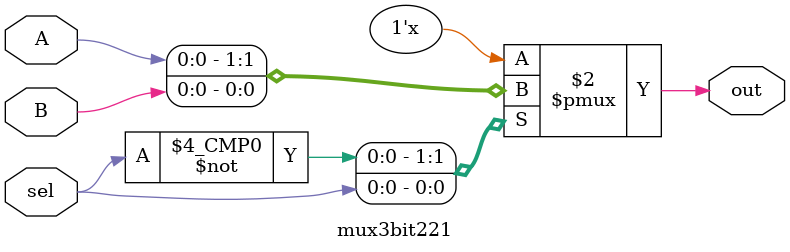
<source format=v>
module mux3bit221(
    input A,
    input B,
    input sel,
    output reg out
);

always @(*) begin
    case (sel)
        0: out = A;
        1: out = B;
        default: out = A;
    endcase
end

endmodule

</source>
